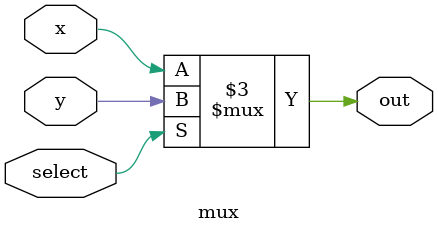
<source format=v>

`timescale 1ns / 1ps

module mux(
    input  x,   // input to the mux
    input y,   // input to the mux
    input select,   // select input to the mux
    output reg out // output of the mux
);
    always @(*) begin
        if(select)
            out=y;
        else 
            out=x;
    end
endmodule


</source>
